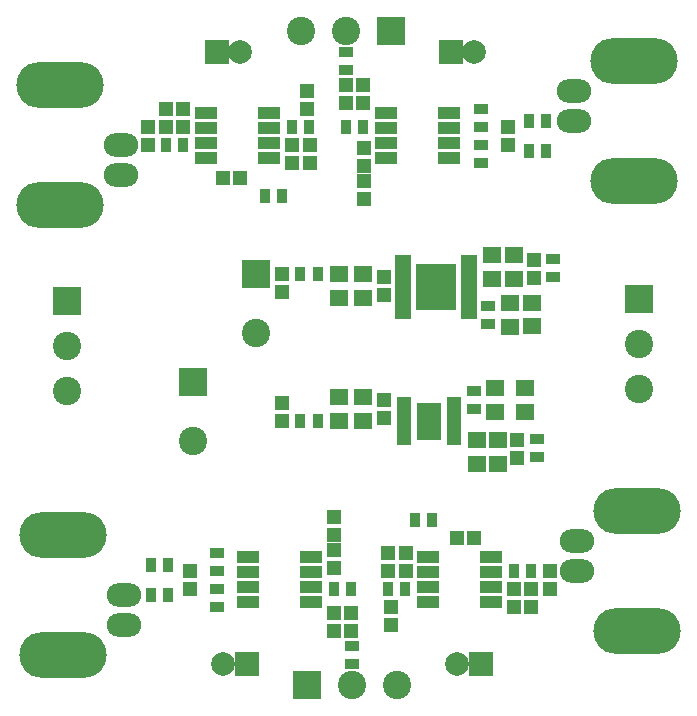
<source format=gbs>
G04 #@! TF.FileFunction,Soldermask,Bot*
%FSLAX46Y46*%
G04 Gerber Fmt 4.6, Leading zero omitted, Abs format (unit mm)*
G04 Created by KiCad (PCBNEW 4.0.7) date Fri Jun  8 12:20:10 2018*
%MOMM*%
%LPD*%
G01*
G04 APERTURE LIST*
%ADD10C,0.100000*%
%ADD11R,2.400000X2.400000*%
%ADD12C,2.400000*%
%ADD13R,1.450000X0.850000*%
%ADD14R,1.870000X1.295000*%
%ADD15R,1.150000X1.200000*%
%ADD16R,1.650000X1.400000*%
%ADD17R,0.900000X1.300000*%
%ADD18R,1.300000X0.900000*%
%ADD19R,1.290000X0.820000*%
%ADD20R,1.225000X1.112500*%
%ADD21R,1.200000X1.150000*%
%ADD22R,2.000000X2.000000*%
%ADD23C,2.000000*%
%ADD24R,1.950000X1.000000*%
%ADD25O,7.400240X3.900120*%
%ADD26O,2.899360X2.000200*%
G04 APERTURE END LIST*
D10*
D11*
X158242000Y-115824000D03*
D12*
X158242000Y-120824000D03*
D13*
X181613000Y-105555000D03*
X181613000Y-106205000D03*
X181613000Y-106855000D03*
X181613000Y-107505000D03*
X181613000Y-108155000D03*
X181613000Y-108805000D03*
X181613000Y-109455000D03*
X181613000Y-110105000D03*
X176063000Y-110105000D03*
X176063000Y-109455000D03*
X176063000Y-108805000D03*
X176063000Y-108155000D03*
X176063000Y-107505000D03*
X176063000Y-106855000D03*
X176063000Y-106205000D03*
X176063000Y-105555000D03*
D14*
X178103000Y-109172500D03*
X178103000Y-108277500D03*
X178103000Y-107382500D03*
X178103000Y-106487500D03*
X179573000Y-109172500D03*
X179573000Y-108277500D03*
X179573000Y-107382500D03*
X179573000Y-106487500D03*
D15*
X165794000Y-119156000D03*
X165794000Y-117656000D03*
X165794000Y-106734000D03*
X165794000Y-108234000D03*
X174430000Y-118902000D03*
X174430000Y-117402000D03*
X174430000Y-106988000D03*
X174430000Y-108488000D03*
D16*
X172652000Y-119152000D03*
X172652000Y-117152000D03*
X172652000Y-106738000D03*
X172652000Y-108738000D03*
X170620000Y-119152000D03*
X170620000Y-117152000D03*
X170620000Y-106738000D03*
X170620000Y-108738000D03*
X185088000Y-109155000D03*
X185088000Y-111155000D03*
X183828000Y-118390000D03*
X183828000Y-116390000D03*
X186963000Y-109130000D03*
X186963000Y-111130000D03*
X186368000Y-118390000D03*
X186368000Y-116390000D03*
D15*
X185713000Y-120780000D03*
X185713000Y-122280000D03*
X187113000Y-107005000D03*
X187113000Y-105505000D03*
D16*
X184138000Y-120780000D03*
X184138000Y-122780000D03*
X185438000Y-107130000D03*
X185438000Y-105130000D03*
X182338000Y-120780000D03*
X182338000Y-122780000D03*
X183563000Y-107130000D03*
X183563000Y-105130000D03*
D12*
X147574000Y-116586000D03*
D11*
X147574000Y-108966000D03*
D12*
X147574000Y-112776000D03*
X196038000Y-116415000D03*
D11*
X196038000Y-108795000D03*
D12*
X196038000Y-112605000D03*
D17*
X168830000Y-119168000D03*
X167330000Y-119168000D03*
X168830000Y-106722000D03*
X167330000Y-106722000D03*
D18*
X183288000Y-110930000D03*
X183288000Y-109430000D03*
X182050000Y-116640000D03*
X182050000Y-118140000D03*
X188713000Y-105455000D03*
X188713000Y-106955000D03*
X187388000Y-122155000D03*
X187388000Y-120655000D03*
D19*
X176135000Y-120793000D03*
X176135000Y-120143000D03*
X176135000Y-119493000D03*
X176135000Y-118843000D03*
X176135000Y-118193000D03*
X176135000Y-117543000D03*
X180345000Y-117543000D03*
X180345000Y-118193000D03*
X180345000Y-118843000D03*
X180345000Y-119493000D03*
X180345000Y-120143000D03*
X180345000Y-120793000D03*
D20*
X178652500Y-118099250D03*
X178652500Y-118811750D03*
X178652500Y-119524250D03*
X178652500Y-120236750D03*
X177827500Y-118099250D03*
X177827500Y-118811750D03*
X177827500Y-119524250D03*
X177827500Y-120236750D03*
D11*
X163576000Y-106680000D03*
D12*
X163576000Y-111680000D03*
D15*
X170180000Y-130060000D03*
X170180000Y-131560000D03*
X157988000Y-133338000D03*
X157988000Y-131838000D03*
X170180000Y-128766000D03*
X170180000Y-127266000D03*
D21*
X170192000Y-135382000D03*
X171692000Y-135382000D03*
X185432000Y-134874000D03*
X186932000Y-134874000D03*
D15*
X176276000Y-130314000D03*
X176276000Y-131814000D03*
D22*
X182626000Y-139700000D03*
D23*
X180626000Y-139700000D03*
D15*
X174752000Y-130314000D03*
X174752000Y-131814000D03*
D21*
X185432000Y-133350000D03*
X186932000Y-133350000D03*
D22*
X162814000Y-139700000D03*
D23*
X160814000Y-139700000D03*
D21*
X170192000Y-136906000D03*
X171692000Y-136906000D03*
D15*
X175006000Y-134886000D03*
X175006000Y-136386000D03*
D21*
X182106000Y-129032000D03*
X180606000Y-129032000D03*
D15*
X188468000Y-131838000D03*
X188468000Y-133338000D03*
D12*
X175514000Y-141478000D03*
D11*
X167894000Y-141478000D03*
D12*
X171704000Y-141478000D03*
D17*
X156198000Y-133858000D03*
X154698000Y-133858000D03*
X156198000Y-131318000D03*
X154698000Y-131318000D03*
D18*
X171704000Y-139688000D03*
X171704000Y-138188000D03*
X160274000Y-133362000D03*
X160274000Y-134862000D03*
D17*
X171692000Y-133350000D03*
X170192000Y-133350000D03*
X178550000Y-127508000D03*
X177050000Y-127508000D03*
X176264000Y-133350000D03*
X174764000Y-133350000D03*
X186932000Y-131826000D03*
X185432000Y-131826000D03*
D24*
X162908000Y-134493000D03*
X162908000Y-133223000D03*
X162908000Y-131953000D03*
X162908000Y-130683000D03*
X168308000Y-130683000D03*
X168308000Y-131953000D03*
X168308000Y-133223000D03*
X168308000Y-134493000D03*
X178148000Y-134493000D03*
X178148000Y-133223000D03*
X178148000Y-131953000D03*
X178148000Y-130683000D03*
X183548000Y-130683000D03*
X183548000Y-131953000D03*
X183548000Y-133223000D03*
X183548000Y-134493000D03*
D18*
X160274000Y-130314000D03*
X160274000Y-131814000D03*
D25*
X147294600Y-138955780D03*
X147294600Y-128757680D03*
D26*
X152400000Y-133858000D03*
X152400000Y-136398000D03*
D25*
X195859400Y-126728220D03*
X195859400Y-136926320D03*
D26*
X190754000Y-131826000D03*
X190754000Y-129286000D03*
D15*
X172720000Y-97524000D03*
X172720000Y-96024000D03*
X184912000Y-94246000D03*
X184912000Y-95746000D03*
X172720000Y-98818000D03*
X172720000Y-100318000D03*
D21*
X172708000Y-92202000D03*
X171208000Y-92202000D03*
X157468000Y-92710000D03*
X155968000Y-92710000D03*
D15*
X166624000Y-97270000D03*
X166624000Y-95770000D03*
D22*
X160274000Y-87884000D03*
D23*
X162274000Y-87884000D03*
D15*
X168148000Y-97270000D03*
X168148000Y-95770000D03*
D21*
X157468000Y-94234000D03*
X155968000Y-94234000D03*
D22*
X180086000Y-87884000D03*
D23*
X182086000Y-87884000D03*
D21*
X172708000Y-90678000D03*
X171208000Y-90678000D03*
D15*
X167894000Y-92698000D03*
X167894000Y-91198000D03*
D21*
X160794000Y-98552000D03*
X162294000Y-98552000D03*
D15*
X154432000Y-95746000D03*
X154432000Y-94246000D03*
D12*
X167386000Y-86106000D03*
D11*
X175006000Y-86106000D03*
D12*
X171196000Y-86106000D03*
D17*
X186702000Y-93726000D03*
X188202000Y-93726000D03*
X186702000Y-96266000D03*
X188202000Y-96266000D03*
D18*
X171196000Y-87896000D03*
X171196000Y-89396000D03*
X182626000Y-94222000D03*
X182626000Y-92722000D03*
D17*
X171208000Y-94234000D03*
X172708000Y-94234000D03*
X164350000Y-100076000D03*
X165850000Y-100076000D03*
X166636000Y-94234000D03*
X168136000Y-94234000D03*
X155968000Y-95758000D03*
X157468000Y-95758000D03*
D24*
X179992000Y-93091000D03*
X179992000Y-94361000D03*
X179992000Y-95631000D03*
X179992000Y-96901000D03*
X174592000Y-96901000D03*
X174592000Y-95631000D03*
X174592000Y-94361000D03*
X174592000Y-93091000D03*
X164752000Y-93091000D03*
X164752000Y-94361000D03*
X164752000Y-95631000D03*
X164752000Y-96901000D03*
X159352000Y-96901000D03*
X159352000Y-95631000D03*
X159352000Y-94361000D03*
X159352000Y-93091000D03*
D18*
X182626000Y-97270000D03*
X182626000Y-95770000D03*
D25*
X195605400Y-88628220D03*
X195605400Y-98826320D03*
D26*
X190500000Y-93726000D03*
X190500000Y-91186000D03*
D25*
X147040600Y-100855780D03*
X147040600Y-90657680D03*
D26*
X152146000Y-95758000D03*
X152146000Y-98298000D03*
M02*

</source>
